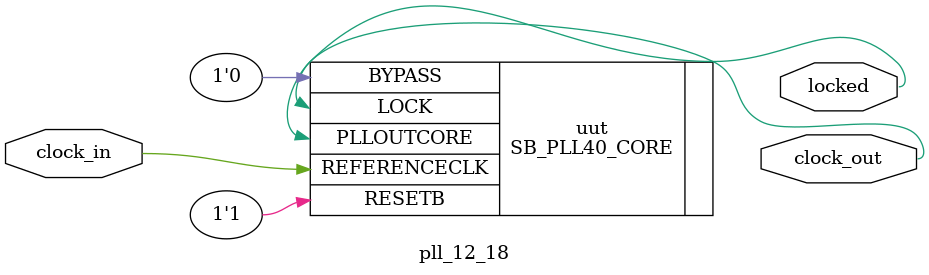
<source format=v>
/**
 * PLL configuration
 *
 * This Verilog module was generated automatically
 * using the icepll tool from the IceStorm project.
 * Use at your own risk.
 *
 * Given input frequency:        12.000 MHz
 * Requested output frequency:   18.000 MHz
 * Achieved output frequency:    18.000 MHz
 */

module pll_12_18(
	input  clock_in,
	output clock_out,
	output locked
	);

SB_PLL40_CORE #(
		.FEEDBACK_PATH("SIMPLE"),
		.DIVR(4'b0000),		// DIVR =  0
		.DIVF(7'b0101111),	// DIVF = 47
		.DIVQ(3'b101),		// DIVQ =  5
		.FILTER_RANGE(3'b001)	// FILTER_RANGE = 1
	) uut (
		.LOCK(locked),
		.RESETB(1'b1),
		.BYPASS(1'b0),
		.REFERENCECLK(clock_in),
		.PLLOUTCORE(clock_out)
		);

endmodule

</source>
